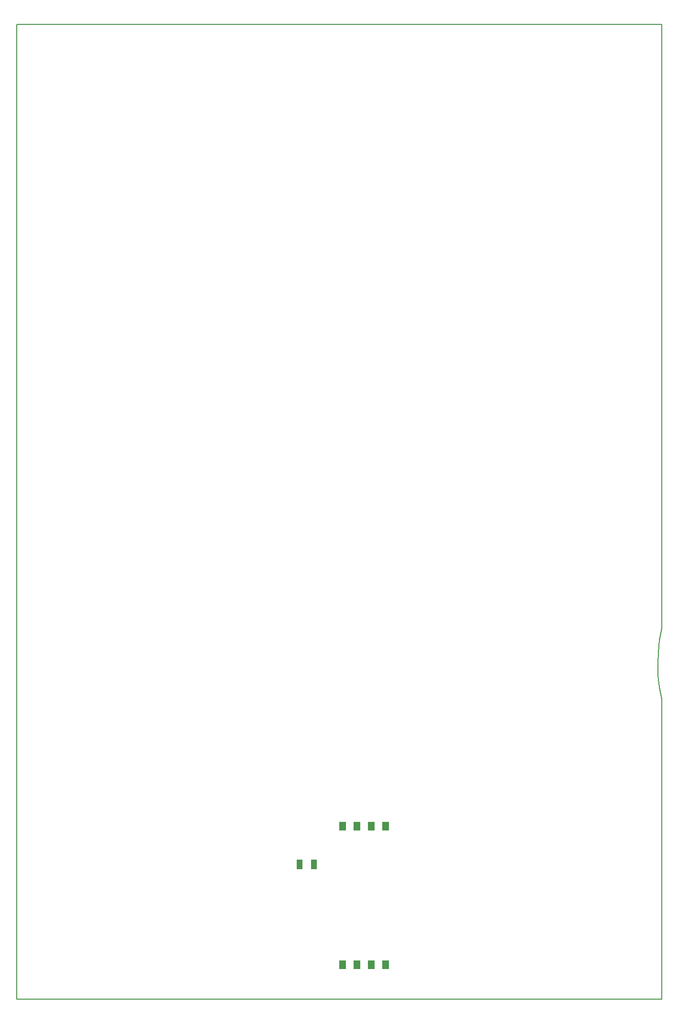
<source format=gbr>
%FSTAX23Y23*%
%MOIN*%
%SFA1B1*%

%IPPOS*%
%ADD58C,0.005000*%
%ADD92R,0.051000X0.059000*%
%ADD93R,0.039000X0.069000*%
%LNmb672d-1*%
%LPD*%
G54D58*
X04275Y02361D02*
D01*
X0426Y02279*
X04252Y02197*
X04249Y02115*
X04251Y02033*
X0426Y01951*
X04275Y0187*
Y02361D02*
Y06575D01*
Y-00225D02*
Y0187D01*
X-00225Y-00225D02*
X04275D01*
X-00225Y06575D02*
X04275D01*
X-00225Y-00225D02*
Y06575D01*
G54D92*
X0205Y00984D03*
Y00016D03*
X0235Y00984D03*
X0225Y00016D03*
X0235D03*
X0215Y00984D03*
Y00016D03*
X0225Y00984D03*
G54D93*
X0185Y00717D03*
X0175D03*
M02*
</source>
